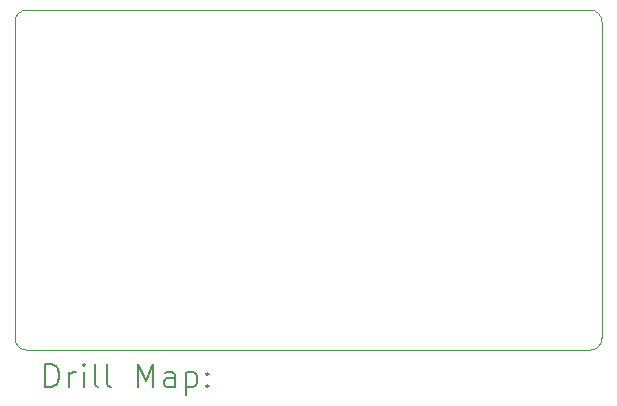
<source format=gbr>
%TF.GenerationSoftware,KiCad,Pcbnew,8.0.4*%
%TF.CreationDate,2024-08-03T17:02:53+02:00*%
%TF.ProjectId,koyomi-keyboard-adapter,6b6f796f-6d69-42d6-9b65-79626f617264,rev?*%
%TF.SameCoordinates,Original*%
%TF.FileFunction,Drillmap*%
%TF.FilePolarity,Positive*%
%FSLAX45Y45*%
G04 Gerber Fmt 4.5, Leading zero omitted, Abs format (unit mm)*
G04 Created by KiCad (PCBNEW 8.0.4) date 2024-08-03 17:02:53*
%MOMM*%
%LPD*%
G01*
G04 APERTURE LIST*
%ADD10C,0.050000*%
%ADD11C,0.200000*%
G04 APERTURE END LIST*
D10*
X1320000Y-1220000D02*
X6090000Y-1220000D01*
X6090000Y-4100000D02*
X1320000Y-4100000D01*
X6090000Y-1220000D02*
G75*
G02*
X6190000Y-1320000I0J-100000D01*
G01*
X1220000Y-4000000D02*
X1220000Y-1320000D01*
X6190000Y-1320000D02*
X6190000Y-4000000D01*
X6190000Y-4000000D02*
G75*
G02*
X6090000Y-4100000I-100000J0D01*
G01*
X1320000Y-4100000D02*
G75*
G02*
X1220000Y-4000000I0J100000D01*
G01*
X1220000Y-1320000D02*
G75*
G02*
X1320000Y-1220000I100000J0D01*
G01*
D11*
X1478277Y-4413984D02*
X1478277Y-4213984D01*
X1478277Y-4213984D02*
X1525896Y-4213984D01*
X1525896Y-4213984D02*
X1554467Y-4223508D01*
X1554467Y-4223508D02*
X1573515Y-4242555D01*
X1573515Y-4242555D02*
X1583039Y-4261603D01*
X1583039Y-4261603D02*
X1592562Y-4299698D01*
X1592562Y-4299698D02*
X1592562Y-4328270D01*
X1592562Y-4328270D02*
X1583039Y-4366365D01*
X1583039Y-4366365D02*
X1573515Y-4385412D01*
X1573515Y-4385412D02*
X1554467Y-4404460D01*
X1554467Y-4404460D02*
X1525896Y-4413984D01*
X1525896Y-4413984D02*
X1478277Y-4413984D01*
X1678277Y-4413984D02*
X1678277Y-4280650D01*
X1678277Y-4318746D02*
X1687801Y-4299698D01*
X1687801Y-4299698D02*
X1697324Y-4290174D01*
X1697324Y-4290174D02*
X1716372Y-4280650D01*
X1716372Y-4280650D02*
X1735420Y-4280650D01*
X1802086Y-4413984D02*
X1802086Y-4280650D01*
X1802086Y-4213984D02*
X1792562Y-4223508D01*
X1792562Y-4223508D02*
X1802086Y-4233031D01*
X1802086Y-4233031D02*
X1811610Y-4223508D01*
X1811610Y-4223508D02*
X1802086Y-4213984D01*
X1802086Y-4213984D02*
X1802086Y-4233031D01*
X1925896Y-4413984D02*
X1906848Y-4404460D01*
X1906848Y-4404460D02*
X1897324Y-4385412D01*
X1897324Y-4385412D02*
X1897324Y-4213984D01*
X2030658Y-4413984D02*
X2011610Y-4404460D01*
X2011610Y-4404460D02*
X2002086Y-4385412D01*
X2002086Y-4385412D02*
X2002086Y-4213984D01*
X2259229Y-4413984D02*
X2259229Y-4213984D01*
X2259229Y-4213984D02*
X2325896Y-4356841D01*
X2325896Y-4356841D02*
X2392563Y-4213984D01*
X2392563Y-4213984D02*
X2392563Y-4413984D01*
X2573515Y-4413984D02*
X2573515Y-4309222D01*
X2573515Y-4309222D02*
X2563991Y-4290174D01*
X2563991Y-4290174D02*
X2544944Y-4280650D01*
X2544944Y-4280650D02*
X2506848Y-4280650D01*
X2506848Y-4280650D02*
X2487801Y-4290174D01*
X2573515Y-4404460D02*
X2554467Y-4413984D01*
X2554467Y-4413984D02*
X2506848Y-4413984D01*
X2506848Y-4413984D02*
X2487801Y-4404460D01*
X2487801Y-4404460D02*
X2478277Y-4385412D01*
X2478277Y-4385412D02*
X2478277Y-4366365D01*
X2478277Y-4366365D02*
X2487801Y-4347317D01*
X2487801Y-4347317D02*
X2506848Y-4337793D01*
X2506848Y-4337793D02*
X2554467Y-4337793D01*
X2554467Y-4337793D02*
X2573515Y-4328270D01*
X2668753Y-4280650D02*
X2668753Y-4480650D01*
X2668753Y-4290174D02*
X2687801Y-4280650D01*
X2687801Y-4280650D02*
X2725896Y-4280650D01*
X2725896Y-4280650D02*
X2744944Y-4290174D01*
X2744944Y-4290174D02*
X2754467Y-4299698D01*
X2754467Y-4299698D02*
X2763991Y-4318746D01*
X2763991Y-4318746D02*
X2763991Y-4375889D01*
X2763991Y-4375889D02*
X2754467Y-4394936D01*
X2754467Y-4394936D02*
X2744944Y-4404460D01*
X2744944Y-4404460D02*
X2725896Y-4413984D01*
X2725896Y-4413984D02*
X2687801Y-4413984D01*
X2687801Y-4413984D02*
X2668753Y-4404460D01*
X2849705Y-4394936D02*
X2859229Y-4404460D01*
X2859229Y-4404460D02*
X2849705Y-4413984D01*
X2849705Y-4413984D02*
X2840182Y-4404460D01*
X2840182Y-4404460D02*
X2849705Y-4394936D01*
X2849705Y-4394936D02*
X2849705Y-4413984D01*
X2849705Y-4290174D02*
X2859229Y-4299698D01*
X2859229Y-4299698D02*
X2849705Y-4309222D01*
X2849705Y-4309222D02*
X2840182Y-4299698D01*
X2840182Y-4299698D02*
X2849705Y-4290174D01*
X2849705Y-4290174D02*
X2849705Y-4309222D01*
M02*

</source>
